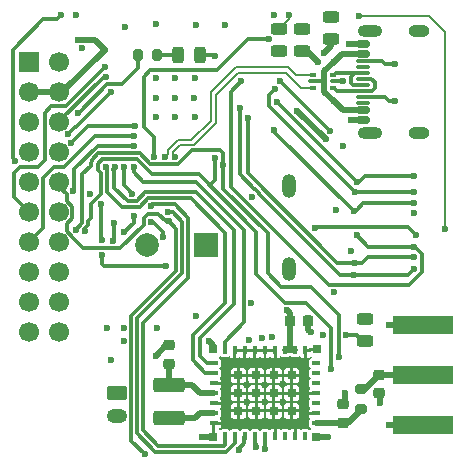
<source format=gbr>
%TF.GenerationSoftware,KiCad,Pcbnew,9.0.0*%
%TF.CreationDate,2025-05-09T11:29:12-04:00*%
%TF.ProjectId,ESP32 Ground Station,45535033-3220-4477-926f-756e64205374,rev?*%
%TF.SameCoordinates,Original*%
%TF.FileFunction,Copper,L1,Top*%
%TF.FilePolarity,Positive*%
%FSLAX46Y46*%
G04 Gerber Fmt 4.6, Leading zero omitted, Abs format (unit mm)*
G04 Created by KiCad (PCBNEW 9.0.0) date 2025-05-09 11:29:12*
%MOMM*%
%LPD*%
G01*
G04 APERTURE LIST*
G04 Aperture macros list*
%AMRoundRect*
0 Rectangle with rounded corners*
0 $1 Rounding radius*
0 $2 $3 $4 $5 $6 $7 $8 $9 X,Y pos of 4 corners*
0 Add a 4 corners polygon primitive as box body*
4,1,4,$2,$3,$4,$5,$6,$7,$8,$9,$2,$3,0*
0 Add four circle primitives for the rounded corners*
1,1,$1+$1,$2,$3*
1,1,$1+$1,$4,$5*
1,1,$1+$1,$6,$7*
1,1,$1+$1,$8,$9*
0 Add four rect primitives between the rounded corners*
20,1,$1+$1,$2,$3,$4,$5,0*
20,1,$1+$1,$4,$5,$6,$7,0*
20,1,$1+$1,$6,$7,$8,$9,0*
20,1,$1+$1,$8,$9,$2,$3,0*%
G04 Aperture macros list end*
%TA.AperFunction,SMDPad,CuDef*%
%ADD10R,0.800000X0.400000*%
%TD*%
%TA.AperFunction,SMDPad,CuDef*%
%ADD11R,0.800000X0.800000*%
%TD*%
%TA.AperFunction,SMDPad,CuDef*%
%ADD12R,0.400000X0.800000*%
%TD*%
%TA.AperFunction,SMDPad,CuDef*%
%ADD13RoundRect,0.243750X0.456250X-0.243750X0.456250X0.243750X-0.456250X0.243750X-0.456250X-0.243750X0*%
%TD*%
%TA.AperFunction,SMDPad,CuDef*%
%ADD14RoundRect,0.243750X0.243750X0.456250X-0.243750X0.456250X-0.243750X-0.456250X0.243750X-0.456250X0*%
%TD*%
%TA.AperFunction,SMDPad,CuDef*%
%ADD15RoundRect,0.200000X0.200000X0.275000X-0.200000X0.275000X-0.200000X-0.275000X0.200000X-0.275000X0*%
%TD*%
%TA.AperFunction,SMDPad,CuDef*%
%ADD16RoundRect,0.225000X-0.250000X0.225000X-0.250000X-0.225000X0.250000X-0.225000X0.250000X0.225000X0*%
%TD*%
%TA.AperFunction,SMDPad,CuDef*%
%ADD17RoundRect,0.225000X-0.225000X-0.250000X0.225000X-0.250000X0.225000X0.250000X-0.225000X0.250000X0*%
%TD*%
%TA.AperFunction,SMDPad,CuDef*%
%ADD18RoundRect,0.225000X0.250000X-0.225000X0.250000X0.225000X-0.250000X0.225000X-0.250000X-0.225000X0*%
%TD*%
%TA.AperFunction,ComponentPad*%
%ADD19RoundRect,0.250000X-0.625000X0.350000X-0.625000X-0.350000X0.625000X-0.350000X0.625000X0.350000X0*%
%TD*%
%TA.AperFunction,ComponentPad*%
%ADD20O,1.750000X1.200000*%
%TD*%
%TA.AperFunction,ComponentPad*%
%ADD21R,2.000000X2.000000*%
%TD*%
%TA.AperFunction,ComponentPad*%
%ADD22C,2.000000*%
%TD*%
%TA.AperFunction,SMDPad,CuDef*%
%ADD23RoundRect,0.150000X0.425000X-0.150000X0.425000X0.150000X-0.425000X0.150000X-0.425000X-0.150000X0*%
%TD*%
%TA.AperFunction,SMDPad,CuDef*%
%ADD24RoundRect,0.075000X0.500000X-0.075000X0.500000X0.075000X-0.500000X0.075000X-0.500000X-0.075000X0*%
%TD*%
%TA.AperFunction,HeatsinkPad*%
%ADD25O,2.100000X1.000000*%
%TD*%
%TA.AperFunction,HeatsinkPad*%
%ADD26O,1.800000X1.000000*%
%TD*%
%TA.AperFunction,ComponentPad*%
%ADD27R,1.700000X1.700000*%
%TD*%
%TA.AperFunction,ComponentPad*%
%ADD28C,1.700000*%
%TD*%
%TA.AperFunction,ComponentPad*%
%ADD29O,1.200000X2.000000*%
%TD*%
%TA.AperFunction,SMDPad,CuDef*%
%ADD30R,5.080000X1.500000*%
%TD*%
%TA.AperFunction,SMDPad,CuDef*%
%ADD31RoundRect,0.250000X1.075000X-0.375000X1.075000X0.375000X-1.075000X0.375000X-1.075000X-0.375000X0*%
%TD*%
%TA.AperFunction,SMDPad,CuDef*%
%ADD32RoundRect,0.200000X-0.275000X0.200000X-0.275000X-0.200000X0.275000X-0.200000X0.275000X0.200000X0*%
%TD*%
%TA.AperFunction,SMDPad,CuDef*%
%ADD33RoundRect,0.093750X0.156250X0.093750X-0.156250X0.093750X-0.156250X-0.093750X0.156250X-0.093750X0*%
%TD*%
%TA.AperFunction,SMDPad,CuDef*%
%ADD34RoundRect,0.075000X0.250000X0.075000X-0.250000X0.075000X-0.250000X-0.075000X0.250000X-0.075000X0*%
%TD*%
%TA.AperFunction,ViaPad*%
%ADD35C,0.600000*%
%TD*%
%TA.AperFunction,Conductor*%
%ADD36C,0.500000*%
%TD*%
%TA.AperFunction,Conductor*%
%ADD37C,0.300000*%
%TD*%
%TA.AperFunction,Conductor*%
%ADD38C,0.200000*%
%TD*%
G04 APERTURE END LIST*
D10*
%TO.P,U2,1,DIO9*%
%TO.N,/RAD_IO9*%
X215650000Y-103475000D03*
%TO.P,U2,2,DIO8*%
%TO.N,/RAD_IO8*%
X215650000Y-104325000D03*
%TO.P,U2,3,GND_1*%
%TO.N,GND*%
X215650000Y-105175000D03*
%TO.P,U2,4,VREG*%
%TO.N,/VREG*%
X215650000Y-106025000D03*
%TO.P,U2,5,GND_2*%
%TO.N,GND*%
X215650000Y-106875000D03*
%TO.P,U2,6,DCC_SW*%
%TO.N,/DCC*%
X215650000Y-107725000D03*
%TO.P,U2,7,GND_3*%
%TO.N,GND*%
X215650000Y-108575000D03*
D11*
%TO.P,U2,8,GND_4*%
X215600000Y-109725000D03*
D12*
%TO.P,U2,9,LR_BUSY*%
%TO.N,/RAD_BUSY*%
X216600000Y-109675000D03*
%TO.P,U2,10,LR_NSS*%
%TO.N,/SPI2_CS1*%
X217450000Y-109675000D03*
%TO.P,U2,11,LR_MISO*%
%TO.N,/SPI2_MISO*%
X218300000Y-109675000D03*
%TO.P,U2,12,LR_MOSI*%
%TO.N,/SPI2_MOSI*%
X219150000Y-109675000D03*
%TO.P,U2,13,LR_SCK*%
%TO.N,/SPI2_SCK*%
X220000000Y-109675000D03*
%TO.P,U2,14,GND_5*%
%TO.N,GND*%
X220850000Y-109675000D03*
%TO.P,U2,15,ANT__LORA_2.4G_*%
%TO.N,unconnected-(U2-ANT__LORA_2.4G_-Pad15)*%
X221700000Y-109675000D03*
%TO.P,U2,16,GND_6*%
%TO.N,GND*%
X222550000Y-109675000D03*
%TO.P,U2,17,NC_1*%
%TO.N,unconnected-(U2-NC_1-Pad17)*%
X223400000Y-109675000D03*
D11*
%TO.P,U2,18,GND_7*%
%TO.N,GND*%
X224350000Y-109725000D03*
D10*
%TO.P,U2,19,ANT_LORA_SUB_G_*%
%TO.N,/ANT*%
X224350000Y-108575000D03*
%TO.P,U2,20,GND_8*%
%TO.N,GND*%
X224350000Y-107725000D03*
%TO.P,U2,21,NC_2*%
%TO.N,unconnected-(U2-NC_2-Pad21)*%
X224350000Y-106875000D03*
%TO.P,U2,22,GND_9*%
%TO.N,GND*%
X224350000Y-106025000D03*
%TO.P,U2,23,RFSW0*%
%TO.N,unconnected-(U2-RFSW0-Pad23)*%
X224350000Y-105175000D03*
%TO.P,U2,24,RFSW1*%
%TO.N,unconnected-(U2-RFSW1-Pad24)*%
X224350000Y-104325000D03*
%TO.P,U2,25,RFSW2*%
%TO.N,unconnected-(U2-RFSW2-Pad25)*%
X224350000Y-103475000D03*
D11*
%TO.P,U2,26,GND_10*%
%TO.N,GND*%
X224400000Y-102325000D03*
D12*
%TO.P,U2,27,GND_11*%
X223400000Y-102375000D03*
%TO.P,U2,28,VDD_1*%
%TO.N,+3v3*%
X222550000Y-102375000D03*
%TO.P,U2,29,VDD_2*%
X221700000Y-102375000D03*
%TO.P,U2,30,GND_12*%
%TO.N,GND*%
X220850000Y-102375000D03*
%TO.P,U2,31,GND_13*%
X220000000Y-102375000D03*
%TO.P,U2,32,GND_14*%
X219150000Y-102375000D03*
%TO.P,U2,33,GND_15*%
X218300000Y-102375000D03*
%TO.P,U2,34,GND_16*%
X217450000Y-102375000D03*
%TO.P,U2,35,LR_NRST*%
%TO.N,/RAD_NRST*%
X216600000Y-102375000D03*
D11*
%TO.P,U2,36,GND_17*%
%TO.N,GND*%
X215600000Y-102325000D03*
%TO.P,U2,37,GND_18*%
X217750000Y-104525000D03*
%TO.P,U2,38,GND_19*%
X217750000Y-106025000D03*
%TO.P,U2,39,GND_20*%
X217750000Y-107525000D03*
%TO.P,U2,40,GND_21*%
X219250000Y-104525000D03*
%TO.P,U2,41,GND_22*%
X219250000Y-106025000D03*
%TO.P,U2,42,GND_23*%
X219250000Y-107525000D03*
%TO.P,U2,43,GND_24*%
X220750000Y-104525000D03*
%TO.P,U2,44,GND_25*%
X220750000Y-106025000D03*
%TO.P,U2,45,GND_26*%
X220750000Y-107525000D03*
%TO.P,U2,46,GND_27*%
X222250000Y-104525000D03*
%TO.P,U2,47,GND_28*%
X222250000Y-106025000D03*
%TO.P,U2,48,GND_29*%
X222250000Y-107525000D03*
%TD*%
D13*
%TO.P,D7,1,K*%
%TO.N,GND*%
X225625000Y-76062501D03*
%TO.P,D7,2,A*%
%TO.N,/DPWR5*%
X225625000Y-74187499D03*
%TD*%
%TO.P,D1,1,K*%
%TO.N,/DSTAT1*%
X221175000Y-77062501D03*
%TO.P,D1,2,A*%
%TO.N,/BAT_STAT_2*%
X221175000Y-75187499D03*
%TD*%
D14*
%TO.P,D6,1,K*%
%TO.N,GND*%
X214500002Y-77375000D03*
%TO.P,D6,2,A*%
%TO.N,/DGPIO*%
X212625000Y-77375000D03*
%TD*%
D15*
%TO.P,R18,1*%
%TO.N,/DGPIO*%
X210887501Y-77375000D03*
%TO.P,R18,2*%
%TO.N,/LED_GPIO*%
X209237501Y-77375000D03*
%TD*%
D16*
%TO.P,C6,1*%
%TO.N,/ANT_1*%
X229625000Y-104475000D03*
%TO.P,C6,2*%
%TO.N,GND*%
X229625000Y-106025000D03*
%TD*%
D17*
%TO.P,C8,1*%
%TO.N,+3v3*%
X222100000Y-99875000D03*
%TO.P,C8,2*%
%TO.N,GND*%
X223650000Y-99875000D03*
%TD*%
D18*
%TO.P,C5,1*%
%TO.N,/ANT*%
X226625000Y-108525000D03*
%TO.P,C5,2*%
%TO.N,GND*%
X226625000Y-106975000D03*
%TD*%
D19*
%TO.P,J2,1,Pin_1*%
%TO.N,VBAT*%
X207450000Y-105999999D03*
D20*
%TO.P,J2,2,Pin_2*%
%TO.N,GND*%
X207450000Y-107999999D03*
%TD*%
D21*
%TO.P,BZ1,1,+*%
%TO.N,/BZ_IO*%
X215000000Y-93500000D03*
D22*
%TO.P,BZ1,2,-*%
%TO.N,GND*%
X210000000Y-93500000D03*
%TD*%
D23*
%TO.P,J3,A1,GND*%
%TO.N,GND*%
X228320000Y-82880000D03*
%TO.P,J3,A4,VBUS*%
%TO.N,VBUS*%
X228320000Y-82080000D03*
D24*
%TO.P,J3,A5,CC1*%
%TO.N,/CC1*%
X228320000Y-80930000D03*
%TO.P,J3,A6,D+*%
%TO.N,/D+_1*%
X228320000Y-79930000D03*
%TO.P,J3,A7,D-*%
%TO.N,/D-_1*%
X228320000Y-79430000D03*
%TO.P,J3,A8,SBU1*%
%TO.N,unconnected-(J3-SBU1-PadA8)*%
X228320000Y-78430000D03*
D23*
%TO.P,J3,A9,VBUS*%
%TO.N,VBUS*%
X228320000Y-77280000D03*
%TO.P,J3,A12,GND*%
%TO.N,GND*%
X228320000Y-76480000D03*
%TO.P,J3,B1,GND*%
X228320000Y-76480000D03*
%TO.P,J3,B4,VBUS*%
%TO.N,VBUS*%
X228320000Y-77280000D03*
D24*
%TO.P,J3,B5,CC2*%
%TO.N,/CC2*%
X228320000Y-77930000D03*
%TO.P,J3,B6,D+*%
%TO.N,/D+_1*%
X228320000Y-78930000D03*
%TO.P,J3,B7,D-*%
%TO.N,/D-_1*%
X228320000Y-80430000D03*
%TO.P,J3,B8,SBU2*%
%TO.N,unconnected-(J3-SBU2-PadB8)*%
X228320000Y-81430000D03*
D23*
%TO.P,J3,B9,VBUS*%
%TO.N,VBUS*%
X228320000Y-82080000D03*
%TO.P,J3,B12,GND*%
%TO.N,GND*%
X228320000Y-82880000D03*
D25*
%TO.P,J3,S1,SHIELD*%
X228895000Y-84000000D03*
D26*
X233075000Y-84000000D03*
D25*
X228895000Y-75360000D03*
D26*
X233075000Y-75360000D03*
%TD*%
D27*
%TO.P,J5,1,Pin_1*%
%TO.N,GND*%
X200000000Y-78000000D03*
D28*
%TO.P,J5,2,Pin_2*%
X202540000Y-78000000D03*
%TO.P,J5,3,Pin_3*%
%TO.N,+3v3*%
X200000000Y-80540000D03*
%TO.P,J5,4,Pin_4*%
X202540000Y-80540000D03*
%TO.P,J5,5,Pin_5*%
%TO.N,/TX*%
X200000000Y-83080000D03*
%TO.P,J5,6,Pin_6*%
%TO.N,/SDA*%
X202540000Y-83080000D03*
%TO.P,J5,7,Pin_7*%
%TO.N,/RX*%
X200000000Y-85620000D03*
%TO.P,J5,8,Pin_8*%
%TO.N,/SCL*%
X202540000Y-85620000D03*
%TO.P,J5,9,Pin_9*%
%TO.N,/EN*%
X200000000Y-88160000D03*
%TO.P,J5,10,Pin_10*%
%TO.N,/SPI2_MISO*%
X202540000Y-88160000D03*
%TO.P,J5,11,Pin_11*%
%TO.N,/IO0*%
X200000000Y-90700000D03*
%TO.P,J5,12,Pin_12*%
%TO.N,/SPI2_MOSI*%
X202540000Y-90700000D03*
%TO.P,J5,13,Pin_13*%
%TO.N,/TX1*%
X200000000Y-93240000D03*
%TO.P,J5,14,Pin_14*%
%TO.N,/SPI2_SCK*%
X202540000Y-93240000D03*
%TO.P,J5,15,Pin_15*%
%TO.N,/RX1*%
X200000000Y-95780000D03*
%TO.P,J5,16,Pin_16*%
%TO.N,/IO47*%
X202540000Y-95780000D03*
%TO.P,J5,17,Pin_17*%
%TO.N,/IO16*%
X200000000Y-98320000D03*
%TO.P,J5,18,Pin_18*%
%TO.N,/IO48*%
X202540000Y-98320000D03*
%TO.P,J5,19,Pin_19*%
%TO.N,GND*%
X200000000Y-100860000D03*
%TO.P,J5,20,Pin_20*%
X202540000Y-100860000D03*
%TD*%
D13*
%TO.P,D2,1,K*%
%TO.N,GND*%
X223100000Y-77062501D03*
%TO.P,D2,2,A*%
%TO.N,/DSTAT2*%
X223100000Y-75187499D03*
%TD*%
D29*
%TO.P,SW1,1,A*%
%TO.N,/PWR_EN*%
X222000000Y-88500000D03*
%TO.P,SW1,2,B*%
%TO.N,/SW*%
X222000000Y-95500000D03*
%TD*%
D30*
%TO.P,J4,1,In*%
%TO.N,/ANT_1*%
X233410000Y-104500000D03*
%TO.P,J4,2,Ext*%
%TO.N,GND*%
X233410000Y-100250000D03*
X233410000Y-108750000D03*
%TD*%
D31*
%TO.P,L2,1,1*%
%TO.N,/DCC*%
X211875000Y-108149999D03*
%TO.P,L2,2,2*%
%TO.N,/VREG*%
X211875000Y-105350001D03*
%TD*%
D32*
%TO.P,R21,1*%
%TO.N,/ANT_1*%
X228125000Y-105675000D03*
%TO.P,R21,2*%
%TO.N,/ANT*%
X228125000Y-107325000D03*
%TD*%
D33*
%TO.P,U4,1,I/O1*%
%TO.N,/D-_1*%
X225725000Y-80162500D03*
D34*
%TO.P,U4,2,GND*%
%TO.N,GND*%
X225800000Y-79625000D03*
D33*
%TO.P,U4,3,I/O2*%
%TO.N,/D+_1*%
X225725000Y-79087500D03*
%TO.P,U4,4,I/O2*%
%TO.N,/D+*%
X224025000Y-79087500D03*
D34*
%TO.P,U4,5,VBUS*%
%TO.N,VBUS*%
X223950000Y-79625000D03*
D33*
%TO.P,U4,6,I/O1*%
%TO.N,/D-*%
X224025000Y-80162500D03*
%TD*%
D16*
%TO.P,C7,1*%
%TO.N,GND*%
X211875000Y-101975000D03*
%TO.P,C7,2*%
%TO.N,/VREG*%
X211875000Y-103525000D03*
%TD*%
D13*
%TO.P,D3,1,K*%
%TO.N,GND*%
X228500000Y-101625000D03*
%TO.P,D3,2,A*%
%TO.N,/DPWR3*%
X228500000Y-99749998D03*
%TD*%
D35*
%TO.N,GND*%
X219750000Y-101375000D03*
X218875000Y-89375000D03*
X214125000Y-99500000D03*
X224500000Y-78000000D03*
X219998325Y-106778254D03*
X215750000Y-77500000D03*
X220625000Y-101250000D03*
X210750000Y-79375000D03*
X223375000Y-103625000D03*
X208125000Y-75000000D03*
X227250000Y-82875000D03*
X215222120Y-101572120D03*
X220020219Y-105318692D03*
X226000000Y-90500000D03*
X214000000Y-81000000D03*
X218625000Y-101500000D03*
X216506908Y-103878070D03*
X225375000Y-109750000D03*
X205199000Y-89202473D03*
X214625000Y-109750000D03*
X218502274Y-106763658D03*
X223375000Y-108625000D03*
X227250000Y-94000000D03*
X221500000Y-105250000D03*
X206625000Y-100500000D03*
X223875000Y-100862500D03*
X226631405Y-85104934D03*
X210750000Y-74804837D03*
X216750000Y-106000000D03*
X230500000Y-108750000D03*
X210875000Y-100500000D03*
X210750000Y-102875000D03*
X225000000Y-77250000D03*
X218850000Y-98375000D03*
X210750000Y-82625000D03*
X227125000Y-76500000D03*
X214050000Y-79350000D03*
X226750000Y-106000000D03*
X207000000Y-103250000D03*
X232625000Y-90750000D03*
X204000000Y-74000000D03*
X210750000Y-81000000D03*
X229750000Y-106875000D03*
X212375000Y-81000000D03*
X226600000Y-79625000D03*
X224949000Y-101125000D03*
X220000000Y-108625000D03*
X216625000Y-74875000D03*
X225875000Y-97501000D03*
X230500000Y-100250000D03*
X216750000Y-108625000D03*
X208026000Y-100500000D03*
X212375000Y-79350000D03*
X223375000Y-106000000D03*
X212400000Y-82625000D03*
X226900000Y-101125000D03*
X218513384Y-105301284D03*
X208026000Y-101625000D03*
X220750000Y-74000000D03*
X214125000Y-74875000D03*
X220250000Y-103750000D03*
X214050000Y-82650000D03*
X221487078Y-106785551D03*
X204470000Y-76835000D03*
%TO.N,/BZ_IO*%
X207250000Y-91625000D03*
X206176472Y-94350000D03*
X211650000Y-95272120D03*
X207125000Y-93125000D03*
%TO.N,VBUS*%
X225832255Y-77957255D03*
X225832255Y-81292745D03*
%TO.N,/BAT_STAT_2*%
X235200000Y-92125000D03*
X228000000Y-74125000D03*
X222000000Y-74000000D03*
%TO.N,/EN*%
X198800000Y-86405959D03*
X202750000Y-74000000D03*
%TO.N,/IO16*%
X203564330Y-84819533D03*
X209000000Y-83375000D03*
%TO.N,/RX1*%
X208875000Y-85073000D03*
X203723027Y-88874497D03*
%TO.N,+3v3*%
X225125000Y-84500000D03*
X232750000Y-92625000D03*
X221862500Y-98975000D03*
X222750000Y-82125000D03*
X224250000Y-92001119D03*
X204125000Y-76125000D03*
X206437500Y-76937500D03*
%TO.N,/IO0*%
X206479331Y-78372177D03*
%TO.N,/TX1*%
X208875000Y-84272997D03*
%TO.N,/SPI2_MISO*%
X211895564Y-91484754D03*
X209875000Y-111200000D03*
X217768612Y-110834149D03*
%TO.N,/SCL*%
X206937500Y-80562500D03*
X203341771Y-84103313D03*
%TO.N,/IO47*%
X208875000Y-90998000D03*
X208102880Y-92352880D03*
%TO.N,/SPI2_SCK*%
X203966611Y-92190323D03*
X226250000Y-103000000D03*
X216450870Y-86709590D03*
X220000000Y-110750000D03*
%TO.N,/IO48*%
X206131289Y-89967240D03*
X206235325Y-93063205D03*
%TO.N,/SDA*%
X206559706Y-79230360D03*
%TO.N,/SPI2_MOSI*%
X204750293Y-92255171D03*
X225625000Y-104000000D03*
X219211932Y-110612331D03*
X215800870Y-86125000D03*
%TO.N,/SD_DATA2*%
X232625000Y-95500000D03*
X227500000Y-96000000D03*
X217875000Y-81875000D03*
%TO.N,/SD_DATA3*%
X218525000Y-82750000D03*
X232625000Y-94500000D03*
X227625000Y-95000000D03*
%TO.N,/SD_CMD*%
X227750000Y-92625000D03*
X218000000Y-79625000D03*
X232625000Y-93625000D03*
%TO.N,/SD_DATA0*%
X227625000Y-89000000D03*
X232625000Y-89000000D03*
X220875000Y-80250000D03*
%TO.N,/SD_DATA1*%
X227750000Y-88125000D03*
X232625000Y-87625000D03*
X221000000Y-81375000D03*
%TO.N,/SD_CD*%
X232616100Y-89911518D03*
X227500000Y-90625000D03*
X220750000Y-83750000D03*
%TO.N,/LED_BAT*%
X210625000Y-86000000D03*
X220375000Y-76050000D03*
%TO.N,/LED_GPIO*%
X204151438Y-82276438D03*
%TO.N,/RAD_IO9*%
X207300003Y-86875000D03*
%TO.N,/RAD_IO8*%
X206500000Y-86875000D03*
%TO.N,/D-*%
X212374999Y-86000000D03*
%TO.N,/RAD_NRST*%
X208900009Y-86875000D03*
%TO.N,/RAD_BUSY*%
X208775000Y-89149000D03*
X208100006Y-86875000D03*
X210350000Y-90198000D03*
%TO.N,/SPI2_CS1*%
X211750000Y-90698106D03*
%TO.N,/D+*%
X211574996Y-86000000D03*
%TO.N,/BAT_STAT_1*%
X210375000Y-91499000D03*
X211350000Y-92799000D03*
%TO.N,/CC1*%
X231000000Y-81250000D03*
%TO.N,/CC2*%
X231000000Y-78125000D03*
%TO.N,/DSTAT1*%
X221500000Y-76950000D03*
%TO.N,/DSTAT2*%
X223050000Y-75300000D03*
%TO.N,/SD_CLK*%
X225536598Y-83814003D03*
X221286598Y-79564003D03*
%TO.N,/DPWR3*%
X228500000Y-99800000D03*
%TO.N,/DPWR5*%
X225625000Y-74300000D03*
%TD*%
D36*
%TO.N,GND*%
X215600000Y-109725000D02*
X214650000Y-109725000D01*
X223650000Y-99875000D02*
X223650000Y-100637500D01*
X226750000Y-106975000D02*
X226750000Y-106000000D01*
X228320000Y-76480000D02*
X227145000Y-76480000D01*
X225625000Y-76625000D02*
X225000000Y-77250000D01*
X225350000Y-109725000D02*
X225375000Y-109750000D01*
X233637500Y-108750000D02*
X230500000Y-108750000D01*
X215600000Y-101950000D02*
X215222120Y-101572120D01*
X224500000Y-78000000D02*
X223562501Y-77062501D01*
X223650000Y-100637500D02*
X223875000Y-100862500D01*
D37*
X228250000Y-101625000D02*
X228500000Y-101625000D01*
D36*
X211650000Y-101975000D02*
X210750000Y-102875000D01*
X223562501Y-77062501D02*
X223100000Y-77062501D01*
X211875000Y-101975000D02*
X211650000Y-101975000D01*
D37*
X215625000Y-77375000D02*
X215750000Y-77500000D01*
X225800000Y-79625000D02*
X226600000Y-79625000D01*
X226900000Y-101125000D02*
X227750000Y-101125000D01*
X227750000Y-101125000D02*
X228250000Y-101625000D01*
D36*
X227255000Y-82880000D02*
X227250000Y-82875000D01*
X227145000Y-76480000D02*
X227125000Y-76500000D01*
X215600000Y-102325000D02*
X215600000Y-101950000D01*
X233637500Y-100250000D02*
X230500000Y-100250000D01*
D37*
X214500002Y-77375000D02*
X215625000Y-77375000D01*
D36*
X229750000Y-106025000D02*
X229750000Y-106875000D01*
X214650000Y-109725000D02*
X214625000Y-109750000D01*
X224350000Y-109725000D02*
X225350000Y-109725000D01*
X225625000Y-76062501D02*
X225625000Y-76625000D01*
X228320000Y-82880000D02*
X227255000Y-82880000D01*
D37*
%TO.N,/BZ_IO*%
X207250000Y-91625000D02*
X207250000Y-93000000D01*
X206176472Y-94350000D02*
X206176472Y-95051472D01*
X206176472Y-95051472D02*
X206397120Y-95272120D01*
X206397120Y-95272120D02*
X211650000Y-95272120D01*
X207250000Y-93000000D02*
X207125000Y-93125000D01*
%TO.N,VBUS*%
X223950000Y-79625000D02*
X225024000Y-79625000D01*
D36*
X225832255Y-81292745D02*
X226619510Y-82080000D01*
X225832255Y-77957255D02*
X225024000Y-78765510D01*
X225024000Y-78765510D02*
X225024000Y-79625000D01*
X226509510Y-77280000D02*
X228320000Y-77280000D01*
X225832255Y-77957255D02*
X226509510Y-77280000D01*
X225024000Y-80484490D02*
X225024000Y-79625000D01*
X226619510Y-82080000D02*
X228320000Y-82080000D01*
X225832255Y-81292745D02*
X225024000Y-80484490D01*
D38*
%TO.N,/BAT_STAT_2*%
X222000000Y-74000000D02*
X222000000Y-74362499D01*
X235200000Y-75450000D02*
X233875000Y-74125000D01*
X235200000Y-92125000D02*
X235200000Y-75450000D01*
X222000000Y-74362499D02*
X221175000Y-75187499D01*
X233875000Y-74125000D02*
X228000000Y-74125000D01*
D37*
%TO.N,/EN*%
X198651000Y-86101000D02*
X198800000Y-86250000D01*
X198651000Y-76947000D02*
X198651000Y-86101000D01*
X202375000Y-74375000D02*
X201223000Y-74375000D01*
X201223000Y-74375000D02*
X198651000Y-76947000D01*
X198800000Y-86250000D02*
X198800000Y-86405959D01*
X202750000Y-74000000D02*
X202375000Y-74375000D01*
%TO.N,/IO16*%
X205008863Y-83375000D02*
X209000000Y-83375000D01*
X203714413Y-84669450D02*
X205008863Y-83375000D01*
%TO.N,/RX1*%
X203723027Y-88874497D02*
X203850000Y-88747524D01*
X203850000Y-87066480D02*
X205843480Y-85073000D01*
X203850000Y-88747524D02*
X203850000Y-87066480D01*
X205843480Y-85073000D02*
X208875000Y-85073000D01*
D36*
%TO.N,+3v3*%
X205625000Y-76125000D02*
X206437500Y-76937500D01*
X222750000Y-82125000D02*
X225125000Y-84500000D01*
X200000000Y-80540000D02*
X201250000Y-80540000D01*
D37*
X224382020Y-91974000D02*
X232099000Y-91974000D01*
X232099000Y-91974000D02*
X232750000Y-92625000D01*
D36*
X204125000Y-76125000D02*
X205625000Y-76125000D01*
X222125000Y-102375000D02*
X222125000Y-99900000D01*
D37*
X224354901Y-92001119D02*
X224382020Y-91974000D01*
D36*
X202835000Y-80540000D02*
X201250000Y-80540000D01*
X222550000Y-102375000D02*
X221700000Y-102375000D01*
X222125000Y-99900000D02*
X222100000Y-99875000D01*
D37*
X224250000Y-92001119D02*
X224354901Y-92001119D01*
D36*
X206437500Y-76937500D02*
X202835000Y-80540000D01*
X221862500Y-98975000D02*
X222100000Y-99212500D01*
X222100000Y-99212500D02*
X222100000Y-99875000D01*
X201250000Y-80540000D02*
X202540000Y-80540000D01*
D37*
%TO.N,/IO0*%
X201339000Y-86286000D02*
X200750000Y-86875000D01*
X201875000Y-81750000D02*
X201339000Y-82286000D01*
X198750000Y-89450000D02*
X200000000Y-90700000D01*
X203120826Y-81750000D02*
X201875000Y-81750000D01*
X200550000Y-90700000D02*
X200000000Y-90700000D01*
X206480346Y-78390480D02*
X203120826Y-81750000D01*
X198750000Y-87375000D02*
X198750000Y-89450000D01*
X201339000Y-82286000D02*
X201339000Y-86286000D01*
X206480346Y-78373192D02*
X206480346Y-78390480D01*
X206479331Y-78372177D02*
X206480346Y-78373192D01*
X199250000Y-86875000D02*
X198750000Y-87375000D01*
X200750000Y-86875000D02*
X199250000Y-86875000D01*
%TO.N,/TX1*%
X202126529Y-86875000D02*
X201201000Y-87800529D01*
X208875000Y-84272997D02*
X205585474Y-84272997D01*
X202983471Y-86875000D02*
X202126529Y-86875000D01*
X201201000Y-87800529D02*
X201201000Y-92039000D01*
X205585474Y-84272997D02*
X202983471Y-86875000D01*
X201201000Y-92039000D02*
X200000000Y-93240000D01*
%TO.N,/SPI2_MISO*%
X203200000Y-89732240D02*
X203200000Y-89200000D01*
X202540000Y-88540000D02*
X202540000Y-88160000D01*
X209724000Y-91768654D02*
X209727673Y-91772327D01*
X218250000Y-110250000D02*
X218250000Y-109725000D01*
X207750000Y-93750000D02*
X204625000Y-93750000D01*
X209724000Y-91229346D02*
X209724000Y-91768654D01*
X203691000Y-91176760D02*
X203691000Y-90223240D01*
X209727673Y-91772327D02*
X207750000Y-93750000D01*
X209875000Y-111250000D02*
X209875000Y-111200000D01*
X204625000Y-93750000D02*
X203691000Y-92816000D01*
X218250000Y-109725000D02*
X218300000Y-109675000D01*
X217768612Y-110834149D02*
X217768612Y-110731388D01*
X211615994Y-91484754D02*
X210979240Y-90848000D01*
X203200000Y-92272240D02*
X203200000Y-91667760D01*
X217768612Y-110731388D02*
X218250000Y-110250000D01*
X212499000Y-92088190D02*
X212499000Y-95667480D01*
X212499000Y-95667480D02*
X208676000Y-99490480D01*
X208676000Y-99490480D02*
X208676000Y-110051000D01*
X208676000Y-110051000D02*
X209825000Y-111200000D01*
X210979240Y-90848000D02*
X210105346Y-90848000D01*
X203200000Y-91667760D02*
X203691000Y-91176760D01*
X209825000Y-111200000D02*
X209875000Y-111200000D01*
X210105346Y-90848000D02*
X209724000Y-91229346D01*
X203691000Y-92763240D02*
X203200000Y-92272240D01*
X203691000Y-92816000D02*
X203691000Y-92763240D01*
X203691000Y-90223240D02*
X203200000Y-89732240D01*
X211895564Y-91484754D02*
X211615994Y-91484754D01*
X211895564Y-91484754D02*
X212499000Y-92088190D01*
X203200000Y-89200000D02*
X202540000Y-88540000D01*
%TO.N,/SCL*%
X203945084Y-83500000D02*
X204000000Y-83500000D01*
X203341771Y-84103313D02*
X203945084Y-83500000D01*
X204000000Y-83500000D02*
X206937500Y-80562500D01*
%TO.N,/IO47*%
X208102880Y-92352880D02*
X208875000Y-91580760D01*
X208875000Y-91580760D02*
X208875000Y-90998000D01*
%TO.N,/SPI2_SCK*%
X216451870Y-85855346D02*
X216451870Y-86394654D01*
X216451870Y-86394654D02*
X216450870Y-86395654D01*
X223875000Y-97000000D02*
X226250000Y-99375000D01*
X205902000Y-85723000D02*
X209377184Y-85723000D01*
X216450870Y-86395654D02*
X216450870Y-86709590D01*
X216450870Y-88700870D02*
X220250000Y-92500000D01*
X216450870Y-85700870D02*
X216450870Y-85854346D01*
X210305183Y-86651000D02*
X212644653Y-86651000D01*
X216224000Y-85474000D02*
X216450870Y-85700870D01*
X205375000Y-86250000D02*
X205902000Y-85723000D01*
X220250000Y-95875000D02*
X221375000Y-97000000D01*
X221375000Y-97000000D02*
X223875000Y-97000000D01*
X203966611Y-92190323D02*
X204525000Y-91631934D01*
X226250000Y-99375000D02*
X226250000Y-103000000D01*
X209377184Y-85723000D02*
X210305183Y-86651000D01*
X220250000Y-92500000D02*
X220250000Y-95875000D01*
X216450870Y-86709590D02*
X216450870Y-88700870D01*
X205375000Y-86370826D02*
X205375000Y-86250000D01*
X204525000Y-87475000D02*
X205249000Y-86751000D01*
X220000000Y-110750000D02*
X220000000Y-109675000D01*
X213821653Y-85474000D02*
X216224000Y-85474000D01*
X205249000Y-86496825D02*
X205375000Y-86370826D01*
X212644653Y-86651000D02*
X213821653Y-85474000D01*
X205249000Y-86751000D02*
X205249000Y-86496825D01*
X216450870Y-85854346D02*
X216451870Y-85855346D01*
X204525000Y-91631934D02*
X204525000Y-87475000D01*
%TO.N,/IO48*%
X206131289Y-90868711D02*
X206125000Y-90875000D01*
X206125000Y-90875000D02*
X206125000Y-92952880D01*
X206131289Y-89967240D02*
X206131289Y-90868711D01*
X206125000Y-92952880D02*
X206235325Y-93063205D01*
%TO.N,/SDA*%
X202585000Y-82994346D02*
X202585000Y-83125000D01*
X206348986Y-79230360D02*
X202585000Y-82994346D01*
X202585000Y-83125000D02*
X202540000Y-83080000D01*
X206559706Y-79230360D02*
X206348986Y-79230360D01*
%TO.N,/SPI2_MOSI*%
X219125000Y-109700000D02*
X219150000Y-109675000D01*
X204976000Y-91445124D02*
X204976000Y-91428367D01*
X219211932Y-110319704D02*
X219125000Y-110232772D01*
X219211932Y-110612331D02*
X219211932Y-110319704D01*
X206230346Y-86224000D02*
X209169663Y-86224000D01*
X214375000Y-87500000D02*
X219250000Y-92375000D01*
X215312500Y-88437500D02*
X214375000Y-87500000D01*
X225599000Y-103974000D02*
X225625000Y-104000000D01*
X204976000Y-91428367D02*
X205247120Y-91157247D01*
X204750293Y-92255171D02*
X204750293Y-92044451D01*
X215800870Y-86125000D02*
X215800870Y-87949130D01*
X206124000Y-87419654D02*
X205849000Y-87144654D01*
X215800870Y-87949130D02*
X215312500Y-88437500D01*
X219125000Y-110232772D02*
X219125000Y-109700000D01*
X223445822Y-98375000D02*
X225599000Y-100528178D01*
X219250000Y-95958520D02*
X221666480Y-98375000D01*
X205849000Y-86605346D02*
X206230346Y-86224000D01*
X205849000Y-87144654D02*
X205849000Y-86605346D01*
X225599000Y-100528178D02*
X225599000Y-103974000D01*
X219250000Y-92375000D02*
X219250000Y-95958520D01*
X204750293Y-92044451D02*
X204976000Y-91818744D01*
X221666480Y-98375000D02*
X223445822Y-98375000D01*
X209169663Y-86224000D02*
X210445663Y-87500000D01*
X205247120Y-91157247D02*
X205247120Y-90002880D01*
X210445663Y-87500000D02*
X214375000Y-87500000D01*
X205247120Y-90002880D02*
X206124000Y-89126000D01*
X204976000Y-91818744D02*
X204976000Y-91445124D01*
X206124000Y-89126000D02*
X206124000Y-87419654D01*
%TO.N,/SD_DATA2*%
X232125000Y-96000000D02*
X232625000Y-95500000D01*
X226375000Y-96000000D02*
X219526000Y-89151000D01*
X227500000Y-96000000D02*
X232125000Y-96000000D01*
X219526000Y-89151000D02*
X219526000Y-89105346D01*
X219099000Y-88724000D02*
X217875000Y-87500000D01*
X219526000Y-89105346D02*
X219144654Y-88724000D01*
X219144654Y-88724000D02*
X219099000Y-88724000D01*
X227500000Y-96000000D02*
X226375000Y-96000000D01*
X217875000Y-87500000D02*
X217875000Y-81875000D01*
%TO.N,/SD_DATA3*%
X228750000Y-94500000D02*
X232625000Y-94500000D01*
X227625000Y-95000000D02*
X226129174Y-95000000D01*
X227625000Y-95000000D02*
X228250000Y-95000000D01*
X228250000Y-95000000D02*
X228750000Y-94500000D01*
X218525000Y-87395826D02*
X218525000Y-82750000D01*
X226129174Y-95000000D02*
X218525000Y-87395826D01*
%TO.N,/SD_CMD*%
X232625000Y-93625000D02*
X232670654Y-93625000D01*
X232670654Y-93625000D02*
X233276000Y-94230346D01*
X233276000Y-94230346D02*
X233276000Y-95769654D01*
X225430346Y-96851000D02*
X217125000Y-88545654D01*
X217125000Y-88545654D02*
X217125000Y-80500000D01*
X232194654Y-96851000D02*
X225430346Y-96851000D01*
X217125000Y-80500000D02*
X218000000Y-79625000D01*
X232625000Y-93625000D02*
X228750000Y-93625000D01*
X233276000Y-95769654D02*
X232194654Y-96851000D01*
X228750000Y-93625000D02*
X227750000Y-92625000D01*
%TO.N,/SD_DATA0*%
X227625000Y-89000000D02*
X220349000Y-81724000D01*
X220349000Y-80776000D02*
X220875000Y-80250000D01*
X220349000Y-81724000D02*
X220349000Y-80776000D01*
X227625000Y-89000000D02*
X232625000Y-89000000D01*
%TO.N,/SD_DATA1*%
X227750000Y-88125000D02*
X221000000Y-81375000D01*
X227750000Y-88125000D02*
X228000000Y-88125000D01*
X228500000Y-87625000D02*
X232625000Y-87625000D01*
X228000000Y-88125000D02*
X228500000Y-87625000D01*
%TO.N,/SD_CD*%
X227500000Y-90625000D02*
X227625000Y-90500000D01*
X228338482Y-89911518D02*
X232616100Y-89911518D01*
X220750000Y-83875000D02*
X220750000Y-83750000D01*
X227750000Y-90500000D02*
X228338482Y-89911518D01*
X227500000Y-90625000D02*
X220750000Y-83875000D01*
X227625000Y-90500000D02*
X227750000Y-90500000D01*
%TO.N,/LED_BAT*%
X210301000Y-78699000D02*
X209750000Y-79250000D01*
X215926000Y-78699000D02*
X210301000Y-78699000D01*
X209750000Y-83500000D02*
X210625000Y-84375000D01*
X220375000Y-76050000D02*
X218575000Y-76050000D01*
X210625000Y-84375000D02*
X210625000Y-86000000D01*
X218575000Y-76050000D02*
X215926000Y-78699000D01*
X209750000Y-79250000D02*
X209750000Y-83500000D01*
%TO.N,/LED_GPIO*%
X206618640Y-79881360D02*
X207868640Y-79881360D01*
X204151438Y-82276438D02*
X204223562Y-82276438D01*
X207868640Y-79881360D02*
X209237501Y-78512499D01*
X204223562Y-82276438D02*
X206618640Y-79881360D01*
X209237501Y-78512499D02*
X209237501Y-77375000D01*
%TO.N,/RAD_IO9*%
X207151000Y-87144654D02*
X207250000Y-87243654D01*
X217375000Y-98500000D02*
X214500000Y-101375000D01*
X213910520Y-89000000D02*
X214125000Y-89000000D01*
X207151000Y-87024003D02*
X207151000Y-87144654D01*
X209126000Y-89749000D02*
X209875000Y-89000000D01*
X214125000Y-89000000D02*
X217375000Y-92250000D01*
X208374000Y-89749000D02*
X209126000Y-89749000D01*
X207300003Y-86875000D02*
X207151000Y-87024003D01*
X214500000Y-101375000D02*
X214500000Y-102875000D01*
X215100000Y-103475000D02*
X215650000Y-103475000D01*
X209919826Y-88999000D02*
X213909521Y-88999000D01*
X214500000Y-102875000D02*
X215100000Y-103475000D01*
X217375000Y-92250000D02*
X217375000Y-98500000D01*
X207250000Y-88625000D02*
X208374000Y-89749000D01*
X207250000Y-87243654D02*
X207250000Y-88625000D01*
X209918825Y-89000000D02*
X209919826Y-88999000D01*
X213909521Y-88999000D02*
X213910520Y-89000000D01*
X209875000Y-89000000D02*
X209918825Y-89000000D01*
%TO.N,/RAD_IO8*%
X209377346Y-90250000D02*
X210127346Y-89500000D01*
X213875000Y-103250000D02*
X214950000Y-104325000D01*
X206500000Y-86875000D02*
X206625000Y-87000000D01*
X210127346Y-89500000D02*
X213702000Y-89500000D01*
X216625000Y-98375000D02*
X213875000Y-101125000D01*
X214950000Y-104325000D02*
X215650000Y-104325000D01*
X213875000Y-101125000D02*
X213875000Y-103250000D01*
X213702000Y-89500000D02*
X216625000Y-92423000D01*
X206625000Y-89000000D02*
X207875000Y-90250000D01*
X206625000Y-87000000D02*
X206625000Y-89000000D01*
X207875000Y-90250000D02*
X209377346Y-90250000D01*
X216625000Y-92423000D02*
X216625000Y-98375000D01*
D38*
%TO.N,/D-*%
X212174999Y-85632903D02*
X212784902Y-85023000D01*
X215875000Y-80750000D02*
X217725040Y-78899960D01*
X221762342Y-78899960D02*
X223024882Y-80162500D01*
X212175996Y-85751057D02*
X212174999Y-85750060D01*
X213977000Y-85023000D02*
X215875000Y-83125000D01*
X212374999Y-86000000D02*
X212175996Y-85800996D01*
X223024882Y-80162500D02*
X224150000Y-80162500D01*
X212174999Y-85750060D02*
X212174999Y-85632903D01*
X217725040Y-78899960D02*
X221762342Y-78899960D01*
X215875000Y-83125000D02*
X215875000Y-80750000D01*
X212175996Y-85800996D02*
X212175996Y-85751057D01*
X212784902Y-85023000D02*
X213977000Y-85023000D01*
D37*
%TO.N,/RAD_NRST*%
X218250000Y-100025000D02*
X216600000Y-101675000D01*
X208900009Y-86875000D02*
X208900009Y-87333460D01*
X208900009Y-87333460D02*
X209691549Y-88125000D01*
X216600000Y-101675000D02*
X216600000Y-102375000D01*
X214125000Y-88125000D02*
X218250000Y-92250000D01*
X209691549Y-88125000D02*
X214125000Y-88125000D01*
X218250000Y-92250000D02*
X218250000Y-100025000D01*
%TO.N,/RAD_BUSY*%
X210976000Y-110476000D02*
X216499000Y-110476000D01*
X212391762Y-90048106D02*
X213500000Y-91156344D01*
X209678000Y-100072000D02*
X209678000Y-109178000D01*
X208775000Y-89149000D02*
X208588235Y-88962235D01*
X210426894Y-90048106D02*
X212391762Y-90048106D01*
X213500000Y-96250000D02*
X209678000Y-100072000D01*
X208588235Y-88962235D02*
X208588235Y-88898854D01*
X216600000Y-110375000D02*
X216600000Y-109675000D01*
X208100006Y-88410625D02*
X208100006Y-86875000D01*
X209678000Y-109178000D02*
X210976000Y-110476000D01*
X213500000Y-91156344D02*
X213500000Y-96250000D01*
X210350000Y-90125000D02*
X210426894Y-90048106D01*
X210350000Y-90198000D02*
X210350000Y-90125000D01*
X208588235Y-88898854D02*
X208100006Y-88410625D01*
X216499000Y-110476000D02*
X216600000Y-110375000D01*
%TO.N,/SPI2_CS1*%
X217450000Y-110233521D02*
X217450000Y-109675000D01*
X209177000Y-99698000D02*
X209177000Y-109427000D01*
X211750000Y-90698106D02*
X211751000Y-90699106D01*
X213000000Y-95875000D02*
X209177000Y-99698000D01*
X211751000Y-90699106D02*
X212199106Y-90699106D01*
X209177000Y-109427000D02*
X210727000Y-110977000D01*
X213000000Y-91500000D02*
X213000000Y-95875000D01*
X210727000Y-110977000D02*
X216706521Y-110977000D01*
X212199106Y-90699106D02*
X213000000Y-91500000D01*
X216706521Y-110977000D02*
X217450000Y-110233521D01*
D38*
%TO.N,/D+*%
X217538626Y-78449980D02*
X221949980Y-78449980D01*
X212618802Y-84622000D02*
X213753000Y-84622000D01*
X211574996Y-86000000D02*
X211773999Y-85800997D01*
X211773999Y-85800997D02*
X211773999Y-85466803D01*
X221949980Y-78449980D02*
X222587500Y-79087500D01*
X222587500Y-79087500D02*
X224150000Y-79087500D01*
X215424998Y-82950002D02*
X215424998Y-80563608D01*
X213753000Y-84622000D02*
X215424998Y-82950002D01*
X215424998Y-80563608D02*
X217538626Y-78449980D01*
X211773999Y-85466803D02*
X212618802Y-84622000D01*
D37*
%TO.N,/BAT_STAT_1*%
X210499000Y-91499000D02*
X211375000Y-92375000D01*
X211375000Y-92774000D02*
X211350000Y-92799000D01*
X210375000Y-91499000D02*
X210499000Y-91499000D01*
X211375000Y-92375000D02*
X211375000Y-92774000D01*
%TO.N,/D+_1*%
X227250000Y-79250000D02*
X227250000Y-79750000D01*
X228320000Y-78930000D02*
X227570000Y-78930000D01*
X227250000Y-79750000D02*
X227430000Y-79930000D01*
X227430000Y-79930000D02*
X228320000Y-79930000D01*
X225850000Y-79087500D02*
X225725000Y-79087500D01*
X227570000Y-78930000D02*
X226007500Y-78930000D01*
X227570000Y-78930000D02*
X227250000Y-79250000D01*
X226007500Y-78930000D02*
X225850000Y-79087500D01*
%TO.N,/D-_1*%
X226117500Y-80430000D02*
X225850000Y-80162500D01*
X228999534Y-79430000D02*
X228320000Y-79430000D01*
X229284767Y-80215233D02*
X229284767Y-80000000D01*
X228320000Y-80430000D02*
X229070000Y-80430000D01*
X228320000Y-80430000D02*
X226117500Y-80430000D01*
X229284767Y-79715233D02*
X228999534Y-79430000D01*
X229070000Y-80430000D02*
X229284767Y-80215233D01*
X225850000Y-80162500D02*
X225725000Y-80162500D01*
X229284767Y-80000000D02*
X229284767Y-79715233D01*
%TO.N,/CC1*%
X230500000Y-81250000D02*
X230180000Y-80930000D01*
X230180000Y-80930000D02*
X228320001Y-80930000D01*
X231000000Y-81250000D02*
X230500000Y-81250000D01*
%TO.N,/CC2*%
X231000000Y-78125000D02*
X230136932Y-78125000D01*
X230136932Y-78125000D02*
X229941932Y-77930000D01*
X229941932Y-77930000D02*
X228320000Y-77930000D01*
D36*
%TO.N,/ANT*%
X227050000Y-108525000D02*
X228250000Y-107325000D01*
X226500000Y-108525000D02*
X227050000Y-108525000D01*
X224350000Y-108575000D02*
X226450000Y-108575000D01*
X226450000Y-108575000D02*
X226500000Y-108525000D01*
%TO.N,/ANT_1*%
X228450000Y-105675000D02*
X229625000Y-104500000D01*
X228250000Y-105675000D02*
X228450000Y-105675000D01*
X229625000Y-104500000D02*
X233637500Y-104500000D01*
%TO.N,/VREG*%
X215650000Y-106025000D02*
X214525000Y-106025000D01*
X211875000Y-105350001D02*
X211875000Y-103525000D01*
X214525000Y-106025000D02*
X213850001Y-105350001D01*
X213850001Y-105350001D02*
X211875000Y-105350001D01*
%TO.N,/DCC*%
X215650000Y-107725000D02*
X214525000Y-107725000D01*
X214525000Y-107725000D02*
X214100001Y-108149999D01*
X214100001Y-108149999D02*
X211875000Y-108149999D01*
D37*
%TO.N,/DGPIO*%
X210887501Y-77375000D02*
X212625000Y-77375000D01*
%TO.N,/SD_CLK*%
X225536598Y-83814003D02*
X221286598Y-79564003D01*
%TD*%
%TA.AperFunction,Conductor*%
%TO.N,GND*%
G36*
X224381987Y-102218013D02*
G01*
X224400000Y-102261500D01*
X224400000Y-102388500D01*
X224381987Y-102431987D01*
X224338500Y-102450000D01*
X223917500Y-102450000D01*
X223909368Y-102458131D01*
X223899487Y-102481987D01*
X223856000Y-102500000D01*
X223525000Y-102500000D01*
X223525000Y-103025000D01*
X223624627Y-103025000D01*
X223624627Y-103024999D01*
X223697544Y-103010495D01*
X223780239Y-102955240D01*
X223781364Y-102953557D01*
X223783049Y-102952430D01*
X223784523Y-102950957D01*
X223784816Y-102951250D01*
X223799598Y-102941370D01*
X223817134Y-102928171D01*
X223818900Y-102928471D01*
X223820499Y-102927403D01*
X223863743Y-102934746D01*
X223918924Y-102967288D01*
X223927274Y-102978380D01*
X223938819Y-102986095D01*
X223940879Y-102996454D01*
X223947232Y-103004894D01*
X223945292Y-103018642D01*
X223948001Y-103032261D01*
X223942132Y-103041043D01*
X223940657Y-103051503D01*
X223929564Y-103059853D01*
X223921850Y-103071398D01*
X223904902Y-103078417D01*
X223903051Y-103079811D01*
X223901922Y-103079651D01*
X223899681Y-103080580D01*
X223871775Y-103086130D01*
X223871769Y-103086133D01*
X223805448Y-103130448D01*
X223761133Y-103196769D01*
X223761131Y-103196775D01*
X223749500Y-103255248D01*
X223749500Y-103694751D01*
X223761131Y-103753224D01*
X223761132Y-103753228D01*
X223761133Y-103753231D01*
X223793462Y-103801614D01*
X223805448Y-103819552D01*
X223849317Y-103848865D01*
X223875467Y-103888003D01*
X223866284Y-103934168D01*
X223849317Y-103951135D01*
X223805448Y-103980447D01*
X223761133Y-104046769D01*
X223761131Y-104046775D01*
X223749500Y-104105248D01*
X223749500Y-104544751D01*
X223761131Y-104603224D01*
X223761132Y-104603228D01*
X223761133Y-104603231D01*
X223792384Y-104650000D01*
X223805448Y-104669552D01*
X223849317Y-104698865D01*
X223875467Y-104738003D01*
X223866284Y-104784168D01*
X223849317Y-104801135D01*
X223805448Y-104830447D01*
X223761133Y-104896769D01*
X223761131Y-104896775D01*
X223749500Y-104955248D01*
X223749500Y-105394751D01*
X223761131Y-105453224D01*
X223761132Y-105453228D01*
X223761133Y-105453231D01*
X223774038Y-105472544D01*
X223805448Y-105519552D01*
X223809731Y-105523835D01*
X223808652Y-105524913D01*
X223830917Y-105558228D01*
X223821739Y-105604395D01*
X223804769Y-105621367D01*
X223769759Y-105644760D01*
X223714504Y-105727455D01*
X223700000Y-105800372D01*
X223700000Y-105900000D01*
X224288500Y-105900000D01*
X224331987Y-105918013D01*
X224350000Y-105961500D01*
X224350000Y-106088500D01*
X224331987Y-106131987D01*
X224288500Y-106150000D01*
X223700000Y-106150000D01*
X223700000Y-106249627D01*
X223714504Y-106322544D01*
X223769760Y-106405240D01*
X223804768Y-106428632D01*
X223830918Y-106467769D01*
X223821735Y-106513935D01*
X223809618Y-106526052D01*
X223809731Y-106526165D01*
X223805448Y-106530447D01*
X223761133Y-106596769D01*
X223761131Y-106596775D01*
X223749500Y-106655248D01*
X223749500Y-107094751D01*
X223761131Y-107153224D01*
X223761132Y-107153228D01*
X223761133Y-107153231D01*
X223774038Y-107172544D01*
X223805448Y-107219552D01*
X223809731Y-107223835D01*
X223808652Y-107224913D01*
X223830917Y-107258228D01*
X223821739Y-107304395D01*
X223804769Y-107321367D01*
X223769759Y-107344760D01*
X223714504Y-107427455D01*
X223700000Y-107500372D01*
X223700000Y-107600000D01*
X224288500Y-107600000D01*
X224331987Y-107618013D01*
X224350000Y-107661500D01*
X224350000Y-107788500D01*
X224331987Y-107831987D01*
X224288500Y-107850000D01*
X223700000Y-107850000D01*
X223700000Y-107949627D01*
X223714504Y-108022544D01*
X223769760Y-108105240D01*
X223804768Y-108128632D01*
X223830918Y-108167769D01*
X223821735Y-108213935D01*
X223809618Y-108226052D01*
X223809731Y-108226165D01*
X223805448Y-108230447D01*
X223761133Y-108296769D01*
X223761131Y-108296775D01*
X223749500Y-108355248D01*
X223749500Y-108794751D01*
X223761131Y-108853224D01*
X223761132Y-108853228D01*
X223761133Y-108853231D01*
X223805448Y-108919552D01*
X223871769Y-108963867D01*
X223872360Y-108963984D01*
X223874681Y-108964447D01*
X223877146Y-108966094D01*
X223877370Y-108966187D01*
X223877351Y-108966231D01*
X223913818Y-108990598D01*
X223923001Y-109036763D01*
X223896850Y-109075900D01*
X223890134Y-109079799D01*
X223795316Y-109127094D01*
X223775424Y-109128488D01*
X223755867Y-109132378D01*
X223750665Y-109130223D01*
X223748361Y-109130385D01*
X223745906Y-109128252D01*
X223733697Y-109123195D01*
X223725081Y-109117438D01*
X223678231Y-109086133D01*
X223678228Y-109086132D01*
X223678224Y-109086131D01*
X223619751Y-109074500D01*
X223619748Y-109074500D01*
X223180252Y-109074500D01*
X223180249Y-109074500D01*
X223121775Y-109086131D01*
X223121769Y-109086133D01*
X223055447Y-109130448D01*
X223051165Y-109134731D01*
X223050087Y-109133653D01*
X223016761Y-109155919D01*
X222970596Y-109146733D01*
X222953632Y-109129768D01*
X222930240Y-109094760D01*
X222847544Y-109039504D01*
X222774627Y-109025000D01*
X222675000Y-109025000D01*
X222675000Y-109613500D01*
X222656987Y-109656987D01*
X222613500Y-109675000D01*
X222486500Y-109675000D01*
X222443013Y-109656987D01*
X222425000Y-109613500D01*
X222425000Y-109025000D01*
X222325373Y-109025000D01*
X222252455Y-109039504D01*
X222169760Y-109094759D01*
X222146367Y-109129769D01*
X222107229Y-109155919D01*
X222061063Y-109146735D01*
X222048947Y-109134618D01*
X222048835Y-109134731D01*
X222044552Y-109130448D01*
X222041619Y-109128488D01*
X221978231Y-109086133D01*
X221978228Y-109086132D01*
X221978224Y-109086131D01*
X221919751Y-109074500D01*
X221919748Y-109074500D01*
X221480252Y-109074500D01*
X221480249Y-109074500D01*
X221421775Y-109086131D01*
X221421769Y-109086133D01*
X221355447Y-109130448D01*
X221351165Y-109134731D01*
X221350087Y-109133653D01*
X221316761Y-109155919D01*
X221270596Y-109146733D01*
X221253632Y-109129768D01*
X221230240Y-109094760D01*
X221147544Y-109039504D01*
X221074627Y-109025000D01*
X220975000Y-109025000D01*
X220975000Y-109613500D01*
X220956987Y-109656987D01*
X220913500Y-109675000D01*
X220786500Y-109675000D01*
X220743013Y-109656987D01*
X220725000Y-109613500D01*
X220725000Y-109025000D01*
X220625373Y-109025000D01*
X220552455Y-109039504D01*
X220469760Y-109094759D01*
X220446367Y-109129769D01*
X220407229Y-109155919D01*
X220361063Y-109146735D01*
X220348947Y-109134618D01*
X220348835Y-109134731D01*
X220344552Y-109130448D01*
X220341619Y-109128488D01*
X220278231Y-109086133D01*
X220278228Y-109086132D01*
X220278224Y-109086131D01*
X220219751Y-109074500D01*
X220219748Y-109074500D01*
X219780252Y-109074500D01*
X219780249Y-109074500D01*
X219721775Y-109086131D01*
X219721769Y-109086133D01*
X219655447Y-109130448D01*
X219626135Y-109174317D01*
X219586997Y-109200467D01*
X219540832Y-109191284D01*
X219523865Y-109174317D01*
X219494552Y-109130448D01*
X219491619Y-109128488D01*
X219428231Y-109086133D01*
X219428228Y-109086132D01*
X219428224Y-109086131D01*
X219369751Y-109074500D01*
X219369748Y-109074500D01*
X218930252Y-109074500D01*
X218930249Y-109074500D01*
X218871775Y-109086131D01*
X218871769Y-109086133D01*
X218805447Y-109130448D01*
X218776135Y-109174317D01*
X218736997Y-109200467D01*
X218690832Y-109191284D01*
X218673865Y-109174317D01*
X218644552Y-109130448D01*
X218641619Y-109128488D01*
X218578231Y-109086133D01*
X218578228Y-109086132D01*
X218578224Y-109086131D01*
X218519751Y-109074500D01*
X218519748Y-109074500D01*
X218080252Y-109074500D01*
X218080249Y-109074500D01*
X218021775Y-109086131D01*
X218021769Y-109086133D01*
X217955447Y-109130448D01*
X217926135Y-109174317D01*
X217886997Y-109200467D01*
X217840832Y-109191284D01*
X217823865Y-109174317D01*
X217794552Y-109130448D01*
X217791619Y-109128488D01*
X217728231Y-109086133D01*
X217728228Y-109086132D01*
X217728224Y-109086131D01*
X217669751Y-109074500D01*
X217669748Y-109074500D01*
X217230252Y-109074500D01*
X217230249Y-109074500D01*
X217171775Y-109086131D01*
X217171769Y-109086133D01*
X217105447Y-109130448D01*
X217076135Y-109174317D01*
X217036997Y-109200467D01*
X216990832Y-109191284D01*
X216973865Y-109174317D01*
X216944552Y-109130448D01*
X216941619Y-109128488D01*
X216878231Y-109086133D01*
X216878228Y-109086132D01*
X216878224Y-109086131D01*
X216819751Y-109074500D01*
X216819748Y-109074500D01*
X216380252Y-109074500D01*
X216380249Y-109074500D01*
X216321775Y-109086131D01*
X216321769Y-109086133D01*
X216255446Y-109130449D01*
X216252430Y-109133465D01*
X216235857Y-109140328D01*
X216220944Y-109150293D01*
X216214764Y-109149063D01*
X216208942Y-109151475D01*
X216174778Y-109141110D01*
X216139351Y-109117438D01*
X216113201Y-109078301D01*
X216122384Y-109032135D01*
X216143268Y-109014998D01*
X216142508Y-109013861D01*
X216230239Y-108955239D01*
X216285495Y-108872544D01*
X216299999Y-108799627D01*
X216300000Y-108799627D01*
X216300000Y-108700000D01*
X215775000Y-108700000D01*
X215775000Y-109031000D01*
X215756987Y-109074487D01*
X215733131Y-109084368D01*
X215725000Y-109092500D01*
X215725000Y-109663500D01*
X215706987Y-109706987D01*
X215663500Y-109725000D01*
X215536500Y-109725000D01*
X215493013Y-109706987D01*
X215475000Y-109663500D01*
X215475000Y-109069000D01*
X215493013Y-109025513D01*
X215516868Y-109015631D01*
X215525000Y-109007500D01*
X215525000Y-108636500D01*
X215543013Y-108593013D01*
X215586500Y-108575000D01*
X215650000Y-108575000D01*
X215650000Y-108511500D01*
X215668013Y-108468013D01*
X215711500Y-108450000D01*
X216300000Y-108450000D01*
X216300000Y-108350373D01*
X216299999Y-108350372D01*
X216285495Y-108277455D01*
X216230239Y-108194759D01*
X216195231Y-108171367D01*
X216169081Y-108132229D01*
X216178264Y-108086064D01*
X216190382Y-108073948D01*
X216190269Y-108073835D01*
X216194548Y-108069554D01*
X216194552Y-108069552D01*
X216238867Y-108003231D01*
X216249529Y-107949627D01*
X217100000Y-107949627D01*
X217114504Y-108022544D01*
X217169760Y-108105239D01*
X217252455Y-108160495D01*
X217325372Y-108174999D01*
X217325373Y-108175000D01*
X217625000Y-108175000D01*
X217875000Y-108175000D01*
X218174627Y-108175000D01*
X218174627Y-108174999D01*
X218247544Y-108160495D01*
X218330239Y-108105239D01*
X218385495Y-108022544D01*
X218399999Y-107949627D01*
X218400000Y-107949627D01*
X218600000Y-107949627D01*
X218614504Y-108022544D01*
X218669760Y-108105239D01*
X218752455Y-108160495D01*
X218825372Y-108174999D01*
X218825373Y-108175000D01*
X219125000Y-108175000D01*
X219375000Y-108175000D01*
X219674627Y-108175000D01*
X219674627Y-108174999D01*
X219747544Y-108160495D01*
X219830239Y-108105239D01*
X219885495Y-108022544D01*
X219899999Y-107949627D01*
X219900000Y-107949627D01*
X220100000Y-107949627D01*
X220114504Y-108022544D01*
X220169760Y-108105239D01*
X220252455Y-108160495D01*
X220325372Y-108174999D01*
X220325373Y-108175000D01*
X220625000Y-108175000D01*
X220875000Y-108175000D01*
X221174627Y-108175000D01*
X221174627Y-108174999D01*
X221247544Y-108160495D01*
X221330239Y-108105239D01*
X221385495Y-108022544D01*
X221399999Y-107949627D01*
X221400000Y-107949627D01*
X221600000Y-107949627D01*
X221614504Y-108022544D01*
X221669760Y-108105239D01*
X221752455Y-108160495D01*
X221825372Y-108174999D01*
X221825373Y-108175000D01*
X222125000Y-108175000D01*
X222375000Y-108175000D01*
X222674627Y-108175000D01*
X222674627Y-108174999D01*
X222747544Y-108160495D01*
X222830239Y-108105239D01*
X222885495Y-108022544D01*
X222899999Y-107949627D01*
X222900000Y-107949627D01*
X222900000Y-107650000D01*
X222375000Y-107650000D01*
X222375000Y-108175000D01*
X222125000Y-108175000D01*
X222125000Y-107650000D01*
X221600000Y-107650000D01*
X221600000Y-107949627D01*
X221400000Y-107949627D01*
X221400000Y-107650000D01*
X220875000Y-107650000D01*
X220875000Y-108175000D01*
X220625000Y-108175000D01*
X220625000Y-107650000D01*
X220100000Y-107650000D01*
X220100000Y-107949627D01*
X219900000Y-107949627D01*
X219900000Y-107650000D01*
X219375000Y-107650000D01*
X219375000Y-108175000D01*
X219125000Y-108175000D01*
X219125000Y-107650000D01*
X218600000Y-107650000D01*
X218600000Y-107949627D01*
X218400000Y-107949627D01*
X218400000Y-107650000D01*
X217875000Y-107650000D01*
X217875000Y-108175000D01*
X217625000Y-108175000D01*
X217625000Y-107650000D01*
X217100000Y-107650000D01*
X217100000Y-107949627D01*
X216249529Y-107949627D01*
X216250499Y-107944751D01*
X216250500Y-107944751D01*
X216250500Y-107505249D01*
X216250499Y-107505248D01*
X216238868Y-107446775D01*
X216238867Y-107446769D01*
X216194552Y-107380448D01*
X216194551Y-107380447D01*
X216190269Y-107376165D01*
X216191346Y-107375087D01*
X216169081Y-107341767D01*
X216178262Y-107295601D01*
X216195232Y-107278631D01*
X216230240Y-107255239D01*
X216285495Y-107172544D01*
X216299851Y-107100372D01*
X217100000Y-107100372D01*
X217100000Y-107400000D01*
X217625000Y-107400000D01*
X217875000Y-107400000D01*
X218400000Y-107400000D01*
X218400000Y-107100373D01*
X218399999Y-107100372D01*
X218600000Y-107100372D01*
X218600000Y-107400000D01*
X219125000Y-107400000D01*
X219375000Y-107400000D01*
X219900000Y-107400000D01*
X219900000Y-107100373D01*
X219899999Y-107100372D01*
X220100000Y-107100372D01*
X220100000Y-107400000D01*
X220625000Y-107400000D01*
X220875000Y-107400000D01*
X221400000Y-107400000D01*
X221400000Y-107100373D01*
X221399999Y-107100372D01*
X221600000Y-107100372D01*
X221600000Y-107400000D01*
X222125000Y-107400000D01*
X222375000Y-107400000D01*
X222900000Y-107400000D01*
X222900000Y-107100373D01*
X222899999Y-107100372D01*
X222885495Y-107027455D01*
X222830239Y-106944760D01*
X222747544Y-106889504D01*
X222674627Y-106875000D01*
X222375000Y-106875000D01*
X222375000Y-107400000D01*
X222125000Y-107400000D01*
X222125000Y-106875000D01*
X221825373Y-106875000D01*
X221752455Y-106889504D01*
X221669760Y-106944760D01*
X221614504Y-107027455D01*
X221600000Y-107100372D01*
X221399999Y-107100372D01*
X221385495Y-107027455D01*
X221330239Y-106944760D01*
X221247544Y-106889504D01*
X221174627Y-106875000D01*
X220875000Y-106875000D01*
X220875000Y-107400000D01*
X220625000Y-107400000D01*
X220625000Y-106875000D01*
X220325373Y-106875000D01*
X220252455Y-106889504D01*
X220169760Y-106944760D01*
X220114504Y-107027455D01*
X220100000Y-107100372D01*
X219899999Y-107100372D01*
X219885495Y-107027455D01*
X219830239Y-106944760D01*
X219747544Y-106889504D01*
X219674627Y-106875000D01*
X219375000Y-106875000D01*
X219375000Y-107400000D01*
X219125000Y-107400000D01*
X219125000Y-106875000D01*
X218825373Y-106875000D01*
X218752455Y-106889504D01*
X218669760Y-106944760D01*
X218614504Y-107027455D01*
X218600000Y-107100372D01*
X218399999Y-107100372D01*
X218385495Y-107027455D01*
X218330239Y-106944760D01*
X218247544Y-106889504D01*
X218174627Y-106875000D01*
X217875000Y-106875000D01*
X217875000Y-107400000D01*
X217625000Y-107400000D01*
X217625000Y-106875000D01*
X217325373Y-106875000D01*
X217252455Y-106889504D01*
X217169760Y-106944760D01*
X217114504Y-107027455D01*
X217100000Y-107100372D01*
X216299851Y-107100372D01*
X216299999Y-107099627D01*
X216300000Y-107099627D01*
X216300000Y-107000000D01*
X215711500Y-107000000D01*
X215668013Y-106981987D01*
X215650000Y-106938500D01*
X215650000Y-106811500D01*
X215668013Y-106768013D01*
X215711500Y-106750000D01*
X216300000Y-106750000D01*
X216300000Y-106650373D01*
X216299999Y-106650372D01*
X216285495Y-106577455D01*
X216230239Y-106494759D01*
X216195231Y-106471367D01*
X216180705Y-106449627D01*
X217100000Y-106449627D01*
X217114504Y-106522544D01*
X217169760Y-106605239D01*
X217252455Y-106660495D01*
X217325372Y-106674999D01*
X217325373Y-106675000D01*
X217625000Y-106675000D01*
X217875000Y-106675000D01*
X218174627Y-106675000D01*
X218174627Y-106674999D01*
X218247544Y-106660495D01*
X218330239Y-106605239D01*
X218385495Y-106522544D01*
X218399999Y-106449627D01*
X218400000Y-106449627D01*
X218600000Y-106449627D01*
X218614504Y-106522544D01*
X218669760Y-106605239D01*
X218752455Y-106660495D01*
X218825372Y-106674999D01*
X218825373Y-106675000D01*
X219125000Y-106675000D01*
X219375000Y-106675000D01*
X219674627Y-106675000D01*
X219674627Y-106674999D01*
X219747544Y-106660495D01*
X219830239Y-106605239D01*
X219885495Y-106522544D01*
X219899999Y-106449627D01*
X219900000Y-106449627D01*
X220100000Y-106449627D01*
X220114504Y-106522544D01*
X220169760Y-106605239D01*
X220252455Y-106660495D01*
X220325372Y-106674999D01*
X220325373Y-106675000D01*
X220625000Y-106675000D01*
X220875000Y-106675000D01*
X221174627Y-106675000D01*
X221174627Y-106674999D01*
X221247544Y-106660495D01*
X221330239Y-106605239D01*
X221385495Y-106522544D01*
X221399999Y-106449627D01*
X221400000Y-106449627D01*
X221600000Y-106449627D01*
X221614504Y-106522544D01*
X221669760Y-106605239D01*
X221752455Y-106660495D01*
X221825372Y-106674999D01*
X221825373Y-106675000D01*
X222125000Y-106675000D01*
X222375000Y-106675000D01*
X222674627Y-106675000D01*
X222674627Y-106674999D01*
X222747544Y-106660495D01*
X222830239Y-106605239D01*
X222885495Y-106522544D01*
X222899999Y-106449627D01*
X222900000Y-106449627D01*
X222900000Y-106150000D01*
X222375000Y-106150000D01*
X222375000Y-106675000D01*
X222125000Y-106675000D01*
X222125000Y-106150000D01*
X221600000Y-106150000D01*
X221600000Y-106449627D01*
X221400000Y-106449627D01*
X221400000Y-106150000D01*
X220875000Y-106150000D01*
X220875000Y-106675000D01*
X220625000Y-106675000D01*
X220625000Y-106150000D01*
X220100000Y-106150000D01*
X220100000Y-106449627D01*
X219900000Y-106449627D01*
X219900000Y-106150000D01*
X219375000Y-106150000D01*
X219375000Y-106675000D01*
X219125000Y-106675000D01*
X219125000Y-106150000D01*
X218600000Y-106150000D01*
X218600000Y-106449627D01*
X218400000Y-106449627D01*
X218400000Y-106150000D01*
X217875000Y-106150000D01*
X217875000Y-106675000D01*
X217625000Y-106675000D01*
X217625000Y-106150000D01*
X217100000Y-106150000D01*
X217100000Y-106449627D01*
X216180705Y-106449627D01*
X216169081Y-106432229D01*
X216178264Y-106386064D01*
X216190382Y-106373948D01*
X216190269Y-106373835D01*
X216194548Y-106369554D01*
X216194552Y-106369552D01*
X216238867Y-106303231D01*
X216250499Y-106244751D01*
X216250500Y-106244751D01*
X216250500Y-105805249D01*
X216250499Y-105805248D01*
X216238868Y-105746775D01*
X216238867Y-105746769D01*
X216194552Y-105680448D01*
X216194551Y-105680447D01*
X216190269Y-105676165D01*
X216191346Y-105675087D01*
X216188893Y-105671416D01*
X216179235Y-105665345D01*
X216176333Y-105652620D01*
X216169081Y-105641767D01*
X216171306Y-105630576D01*
X216168770Y-105619453D01*
X216175620Y-105608885D01*
X216177313Y-105600372D01*
X217100000Y-105600372D01*
X217100000Y-105900000D01*
X217625000Y-105900000D01*
X217875000Y-105900000D01*
X218400000Y-105900000D01*
X218400000Y-105600373D01*
X218399999Y-105600372D01*
X218600000Y-105600372D01*
X218600000Y-105900000D01*
X219125000Y-105900000D01*
X219375000Y-105900000D01*
X219900000Y-105900000D01*
X219900000Y-105600373D01*
X219899999Y-105600372D01*
X220100000Y-105600372D01*
X220100000Y-105900000D01*
X220625000Y-105900000D01*
X220875000Y-105900000D01*
X221400000Y-105900000D01*
X221400000Y-105600373D01*
X221399999Y-105600372D01*
X221600000Y-105600372D01*
X221600000Y-105900000D01*
X222125000Y-105900000D01*
X222375000Y-105900000D01*
X222900000Y-105900000D01*
X222900000Y-105600373D01*
X222899999Y-105600372D01*
X222885495Y-105527455D01*
X222830239Y-105444760D01*
X222747544Y-105389504D01*
X222674627Y-105375000D01*
X222375000Y-105375000D01*
X222375000Y-105900000D01*
X222125000Y-105900000D01*
X222125000Y-105375000D01*
X221825373Y-105375000D01*
X221752455Y-105389504D01*
X221669760Y-105444760D01*
X221614504Y-105527455D01*
X221600000Y-105600372D01*
X221399999Y-105600372D01*
X221385495Y-105527455D01*
X221330239Y-105444760D01*
X221247544Y-105389504D01*
X221174627Y-105375000D01*
X220875000Y-105375000D01*
X220875000Y-105900000D01*
X220625000Y-105900000D01*
X220625000Y-105375000D01*
X220325373Y-105375000D01*
X220252455Y-105389504D01*
X220169760Y-105444760D01*
X220114504Y-105527455D01*
X220100000Y-105600372D01*
X219899999Y-105600372D01*
X219885495Y-105527455D01*
X219830239Y-105444760D01*
X219747544Y-105389504D01*
X219674627Y-105375000D01*
X219375000Y-105375000D01*
X219375000Y-105900000D01*
X219125000Y-105900000D01*
X219125000Y-105375000D01*
X218825373Y-105375000D01*
X218752455Y-105389504D01*
X218669760Y-105444760D01*
X218614504Y-105527455D01*
X218600000Y-105600372D01*
X218399999Y-105600372D01*
X218385495Y-105527455D01*
X218330239Y-105444760D01*
X218247544Y-105389504D01*
X218174627Y-105375000D01*
X217875000Y-105375000D01*
X217875000Y-105900000D01*
X217625000Y-105900000D01*
X217625000Y-105375000D01*
X217325373Y-105375000D01*
X217252455Y-105389504D01*
X217169760Y-105444760D01*
X217114504Y-105527455D01*
X217100000Y-105600372D01*
X216177313Y-105600372D01*
X216178262Y-105595601D01*
X216193821Y-105579603D01*
X216232102Y-105552452D01*
X216285495Y-105472544D01*
X216299999Y-105399627D01*
X216300000Y-105399627D01*
X216300000Y-105300000D01*
X215711500Y-105300000D01*
X215668013Y-105281987D01*
X215650000Y-105238500D01*
X215650000Y-105111500D01*
X215668013Y-105068013D01*
X215711500Y-105050000D01*
X216300000Y-105050000D01*
X216300000Y-104950373D01*
X216299999Y-104950372D01*
X216299851Y-104949627D01*
X217100000Y-104949627D01*
X217114504Y-105022544D01*
X217169760Y-105105239D01*
X217252455Y-105160495D01*
X217325372Y-105174999D01*
X217325373Y-105175000D01*
X217625000Y-105175000D01*
X217875000Y-105175000D01*
X218174627Y-105175000D01*
X218174627Y-105174999D01*
X218247544Y-105160495D01*
X218330239Y-105105239D01*
X218385495Y-105022544D01*
X218399999Y-104949627D01*
X218400000Y-104949627D01*
X218600000Y-104949627D01*
X218614504Y-105022544D01*
X218669760Y-105105239D01*
X218752455Y-105160495D01*
X218825372Y-105174999D01*
X218825373Y-105175000D01*
X219125000Y-105175000D01*
X219375000Y-105175000D01*
X219674627Y-105175000D01*
X219674627Y-105174999D01*
X219747544Y-105160495D01*
X219830239Y-105105239D01*
X219885495Y-105022544D01*
X219899999Y-104949627D01*
X219900000Y-104949627D01*
X220100000Y-104949627D01*
X220114504Y-105022544D01*
X220169760Y-105105239D01*
X220252455Y-105160495D01*
X220325372Y-105174999D01*
X220325373Y-105175000D01*
X220625000Y-105175000D01*
X220875000Y-105175000D01*
X221174627Y-105175000D01*
X221174627Y-105174999D01*
X221247544Y-105160495D01*
X221330239Y-105105239D01*
X221385495Y-105022544D01*
X221399999Y-104949627D01*
X221400000Y-104949627D01*
X221600000Y-104949627D01*
X221614504Y-105022544D01*
X221669760Y-105105239D01*
X221752455Y-105160495D01*
X221825372Y-105174999D01*
X221825373Y-105175000D01*
X222125000Y-105175000D01*
X222375000Y-105175000D01*
X222674627Y-105175000D01*
X222674627Y-105174999D01*
X222747544Y-105160495D01*
X222830239Y-105105239D01*
X222885495Y-105022544D01*
X222899999Y-104949627D01*
X222900000Y-104949627D01*
X222900000Y-104650000D01*
X222375000Y-104650000D01*
X222375000Y-105175000D01*
X222125000Y-105175000D01*
X222125000Y-104650000D01*
X221600000Y-104650000D01*
X221600000Y-104949627D01*
X221400000Y-104949627D01*
X221400000Y-104650000D01*
X220875000Y-104650000D01*
X220875000Y-105175000D01*
X220625000Y-105175000D01*
X220625000Y-104650000D01*
X220100000Y-104650000D01*
X220100000Y-104949627D01*
X219900000Y-104949627D01*
X219900000Y-104650000D01*
X219375000Y-104650000D01*
X219375000Y-105175000D01*
X219125000Y-105175000D01*
X219125000Y-104650000D01*
X218600000Y-104650000D01*
X218600000Y-104949627D01*
X218400000Y-104949627D01*
X218400000Y-104650000D01*
X217875000Y-104650000D01*
X217875000Y-105175000D01*
X217625000Y-105175000D01*
X217625000Y-104650000D01*
X217100000Y-104650000D01*
X217100000Y-104949627D01*
X216299851Y-104949627D01*
X216285495Y-104877455D01*
X216230239Y-104794759D01*
X216195231Y-104771367D01*
X216169081Y-104732229D01*
X216178264Y-104686064D01*
X216179071Y-104684886D01*
X216185673Y-104675484D01*
X216194552Y-104669552D01*
X216238867Y-104603231D01*
X216250499Y-104544751D01*
X216250500Y-104544751D01*
X216250500Y-104105249D01*
X216250499Y-104105248D01*
X216249529Y-104100373D01*
X216249529Y-104100372D01*
X217100000Y-104100372D01*
X217100000Y-104400000D01*
X217625000Y-104400000D01*
X217875000Y-104400000D01*
X218400000Y-104400000D01*
X218400000Y-104100373D01*
X218399999Y-104100372D01*
X218600000Y-104100372D01*
X218600000Y-104400000D01*
X219125000Y-104400000D01*
X219375000Y-104400000D01*
X219900000Y-104400000D01*
X219900000Y-104100373D01*
X219899999Y-104100372D01*
X220100000Y-104100372D01*
X220100000Y-104400000D01*
X220625000Y-104400000D01*
X220875000Y-104400000D01*
X221400000Y-104400000D01*
X221400000Y-104100373D01*
X221399999Y-104100372D01*
X221600000Y-104100372D01*
X221600000Y-104400000D01*
X222125000Y-104400000D01*
X222375000Y-104400000D01*
X222900000Y-104400000D01*
X222900000Y-104100373D01*
X222899999Y-104100372D01*
X222885495Y-104027455D01*
X222830239Y-103944760D01*
X222747544Y-103889504D01*
X222674627Y-103875000D01*
X222375000Y-103875000D01*
X222375000Y-104400000D01*
X222125000Y-104400000D01*
X222125000Y-103875000D01*
X221825373Y-103875000D01*
X221752455Y-103889504D01*
X221669760Y-103944760D01*
X221614504Y-104027455D01*
X221600000Y-104100372D01*
X221399999Y-104100372D01*
X221385495Y-104027455D01*
X221330239Y-103944760D01*
X221247544Y-103889504D01*
X221174627Y-103875000D01*
X220875000Y-103875000D01*
X220875000Y-104400000D01*
X220625000Y-104400000D01*
X220625000Y-103875000D01*
X220325373Y-103875000D01*
X220252455Y-103889504D01*
X220169760Y-103944760D01*
X220114504Y-104027455D01*
X220100000Y-104100372D01*
X219899999Y-104100372D01*
X219885495Y-104027455D01*
X219830239Y-103944760D01*
X219747544Y-103889504D01*
X219674627Y-103875000D01*
X219375000Y-103875000D01*
X219375000Y-104400000D01*
X219125000Y-104400000D01*
X219125000Y-103875000D01*
X218825373Y-103875000D01*
X218752455Y-103889504D01*
X218669760Y-103944760D01*
X218614504Y-104027455D01*
X218600000Y-104100372D01*
X218399999Y-104100372D01*
X218385495Y-104027455D01*
X218330239Y-103944760D01*
X218247544Y-103889504D01*
X218174627Y-103875000D01*
X217875000Y-103875000D01*
X217875000Y-104400000D01*
X217625000Y-104400000D01*
X217625000Y-103875000D01*
X217325373Y-103875000D01*
X217252455Y-103889504D01*
X217169760Y-103944760D01*
X217114504Y-104027455D01*
X217100000Y-104100372D01*
X216249529Y-104100372D01*
X216238867Y-104046769D01*
X216194552Y-103980448D01*
X216150681Y-103951134D01*
X216124532Y-103911998D01*
X216133715Y-103865832D01*
X216150680Y-103848866D01*
X216194552Y-103819552D01*
X216238867Y-103753231D01*
X216250499Y-103694751D01*
X216250500Y-103694751D01*
X216250500Y-103255249D01*
X216250499Y-103255248D01*
X216240276Y-103203856D01*
X216238867Y-103196769D01*
X216194552Y-103130448D01*
X216128231Y-103086133D01*
X216128228Y-103086132D01*
X216128224Y-103086131D01*
X216100318Y-103080580D01*
X216061181Y-103054430D01*
X216051998Y-103008264D01*
X216078148Y-102969127D01*
X216079782Y-102968072D01*
X216176412Y-102907834D01*
X216198756Y-102904119D01*
X216220944Y-102899706D01*
X216221978Y-102900258D01*
X216222844Y-102900115D01*
X216226206Y-102902518D01*
X216252433Y-102916537D01*
X216255447Y-102919551D01*
X216255448Y-102919552D01*
X216321769Y-102963867D01*
X216380248Y-102975499D01*
X216380249Y-102975500D01*
X216380252Y-102975500D01*
X216819751Y-102975500D01*
X216819751Y-102975499D01*
X216878231Y-102963867D01*
X216944552Y-102919552D01*
X216944554Y-102919548D01*
X216948835Y-102915269D01*
X216949914Y-102916348D01*
X216983222Y-102894083D01*
X217029389Y-102903257D01*
X217046367Y-102920231D01*
X217069759Y-102955239D01*
X217152455Y-103010495D01*
X217225372Y-103024999D01*
X217225373Y-103025000D01*
X217325000Y-103025000D01*
X217575000Y-103025000D01*
X217674627Y-103025000D01*
X217674627Y-103024999D01*
X217747544Y-103010495D01*
X217830240Y-102955239D01*
X217831513Y-102953967D01*
X217833176Y-102953278D01*
X217835276Y-102951875D01*
X217835555Y-102952292D01*
X217875000Y-102935954D01*
X217914444Y-102952292D01*
X217914724Y-102951875D01*
X217916823Y-102953278D01*
X217918487Y-102953967D01*
X217919759Y-102955239D01*
X218002455Y-103010495D01*
X218075372Y-103024999D01*
X218075373Y-103025000D01*
X218175000Y-103025000D01*
X218425000Y-103025000D01*
X218524627Y-103025000D01*
X218524627Y-103024999D01*
X218597544Y-103010495D01*
X218680240Y-102955239D01*
X218681513Y-102953967D01*
X218683176Y-102953278D01*
X218685276Y-102951875D01*
X218685555Y-102952292D01*
X218725000Y-102935954D01*
X218764444Y-102952292D01*
X218764724Y-102951875D01*
X218766823Y-102953278D01*
X218768487Y-102953967D01*
X218769759Y-102955239D01*
X218852455Y-103010495D01*
X218925372Y-103024999D01*
X218925373Y-103025000D01*
X219025000Y-103025000D01*
X219275000Y-103025000D01*
X219374627Y-103025000D01*
X219374627Y-103024999D01*
X219447544Y-103010495D01*
X219530240Y-102955239D01*
X219531513Y-102953967D01*
X219533176Y-102953278D01*
X219535276Y-102951875D01*
X219535555Y-102952292D01*
X219575000Y-102935954D01*
X219614444Y-102952292D01*
X219614724Y-102951875D01*
X219616823Y-102953278D01*
X219618487Y-102953967D01*
X219619759Y-102955239D01*
X219702455Y-103010495D01*
X219775372Y-103024999D01*
X219775373Y-103025000D01*
X219875000Y-103025000D01*
X220125000Y-103025000D01*
X220224627Y-103025000D01*
X220224627Y-103024999D01*
X220297544Y-103010495D01*
X220380240Y-102955239D01*
X220381513Y-102953967D01*
X220383176Y-102953278D01*
X220385276Y-102951875D01*
X220385555Y-102952292D01*
X220425000Y-102935954D01*
X220464444Y-102952292D01*
X220464724Y-102951875D01*
X220466823Y-102953278D01*
X220468487Y-102953967D01*
X220469759Y-102955239D01*
X220552455Y-103010495D01*
X220625372Y-103024999D01*
X220625373Y-103025000D01*
X220725000Y-103025000D01*
X220725000Y-102500000D01*
X220125000Y-102500000D01*
X220125000Y-103025000D01*
X219875000Y-103025000D01*
X219875000Y-102500000D01*
X219275000Y-102500000D01*
X219275000Y-103025000D01*
X219025000Y-103025000D01*
X219025000Y-102500000D01*
X218425000Y-102500000D01*
X218425000Y-103025000D01*
X218175000Y-103025000D01*
X218175000Y-102500000D01*
X217575000Y-102500000D01*
X217575000Y-103025000D01*
X217325000Y-103025000D01*
X217325000Y-102436500D01*
X217343013Y-102393013D01*
X217386500Y-102375000D01*
X217450000Y-102375000D01*
X217450000Y-102311500D01*
X217468013Y-102268013D01*
X217511500Y-102250000D01*
X220788500Y-102250000D01*
X220831987Y-102268013D01*
X220850000Y-102311500D01*
X220850000Y-102375000D01*
X220913500Y-102375000D01*
X220956987Y-102393013D01*
X220975000Y-102436500D01*
X220975000Y-103025000D01*
X221074627Y-103025000D01*
X221074627Y-103024999D01*
X221147544Y-103010495D01*
X221230239Y-102955240D01*
X221253631Y-102920232D01*
X221292769Y-102894081D01*
X221338934Y-102903263D01*
X221351052Y-102915381D01*
X221351165Y-102915269D01*
X221355447Y-102919551D01*
X221355448Y-102919552D01*
X221421769Y-102963867D01*
X221480248Y-102975499D01*
X221480249Y-102975500D01*
X221480252Y-102975500D01*
X221919751Y-102975500D01*
X221919751Y-102975499D01*
X221978231Y-102963867D01*
X222044552Y-102919552D01*
X222073865Y-102875681D01*
X222113002Y-102849532D01*
X222159168Y-102858715D01*
X222176133Y-102875680D01*
X222205448Y-102919552D01*
X222271769Y-102963867D01*
X222330248Y-102975499D01*
X222330249Y-102975500D01*
X222330252Y-102975500D01*
X222769751Y-102975500D01*
X222769751Y-102975499D01*
X222828231Y-102963867D01*
X222894552Y-102919552D01*
X222894554Y-102919548D01*
X222898835Y-102915269D01*
X222899914Y-102916348D01*
X222933222Y-102894083D01*
X222979389Y-102903257D01*
X222996367Y-102920231D01*
X223019759Y-102955239D01*
X223102455Y-103010495D01*
X223175372Y-103024999D01*
X223175373Y-103025000D01*
X223275000Y-103025000D01*
X223275000Y-102436500D01*
X223293013Y-102393013D01*
X223336500Y-102375000D01*
X223400000Y-102375000D01*
X223400000Y-102311500D01*
X223418013Y-102268013D01*
X223461500Y-102250000D01*
X223682500Y-102250000D01*
X223690631Y-102241868D01*
X223700513Y-102218013D01*
X223744000Y-102200000D01*
X224338500Y-102200000D01*
X224381987Y-102218013D01*
G37*
%TD.AperFunction*%
%TD*%
M02*

</source>
